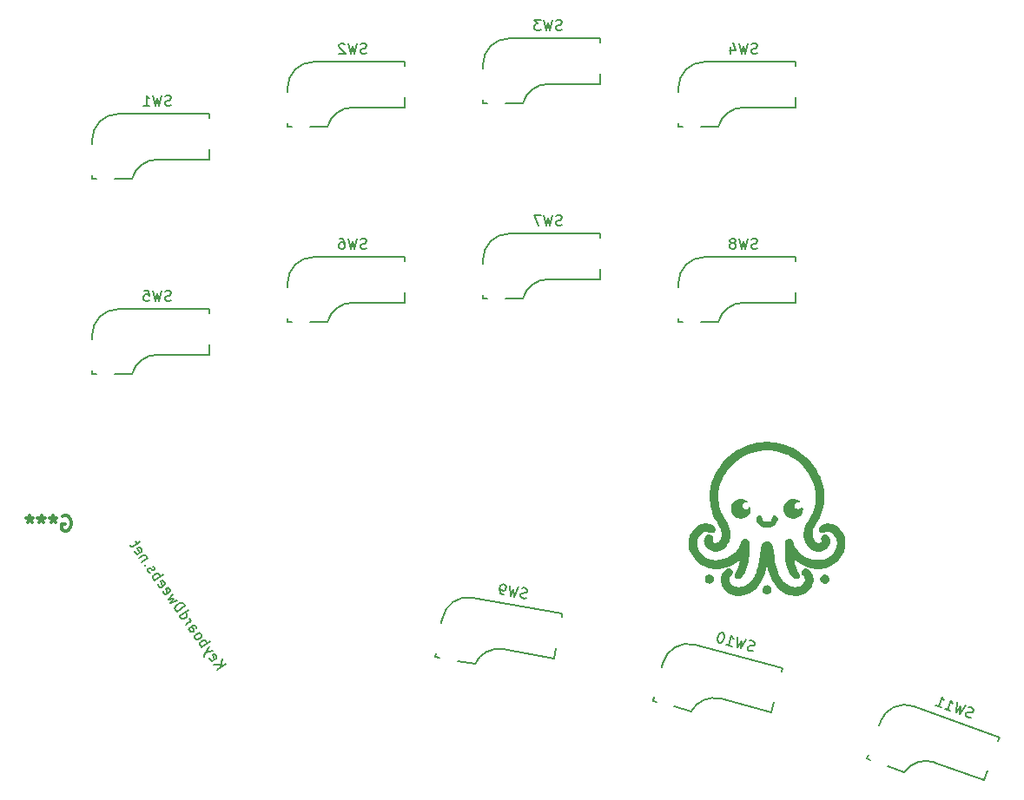
<source format=gbr>
%TF.GenerationSoftware,KiCad,Pcbnew,7.0.1*%
%TF.CreationDate,2024-01-25T16:33:05-05:00*%
%TF.ProjectId,OctoPlus Trio,4f63746f-506c-4757-9320-5472696f2e6b,rev?*%
%TF.SameCoordinates,Original*%
%TF.FileFunction,Legend,Bot*%
%TF.FilePolarity,Positive*%
%FSLAX46Y46*%
G04 Gerber Fmt 4.6, Leading zero omitted, Abs format (unit mm)*
G04 Created by KiCad (PCBNEW 7.0.1) date 2024-01-25 16:33:05*
%MOMM*%
%LPD*%
G01*
G04 APERTURE LIST*
%ADD10C,0.150000*%
%ADD11C,0.300000*%
G04 APERTURE END LIST*
D10*
X115573682Y-134594768D02*
X116392834Y-134021192D01*
X115245924Y-134126682D02*
X115959830Y-134149989D01*
X116065076Y-133553105D02*
X115924747Y-134348950D01*
X114820608Y-133436245D02*
X114836227Y-133541573D01*
X114836227Y-133541573D02*
X114945480Y-133697602D01*
X114945480Y-133697602D02*
X115039113Y-133748303D01*
X115039113Y-133748303D02*
X115144441Y-133732684D01*
X115144441Y-133732684D02*
X115456499Y-133514179D01*
X115456499Y-133514179D02*
X115507200Y-133420545D01*
X115507200Y-133420545D02*
X115491581Y-133315218D01*
X115491581Y-133315218D02*
X115382328Y-133159189D01*
X115382328Y-133159189D02*
X115288695Y-133108487D01*
X115288695Y-133108487D02*
X115183367Y-133124106D01*
X115183367Y-133124106D02*
X115105353Y-133178733D01*
X115105353Y-133178733D02*
X115300470Y-133623432D01*
X115109197Y-132769116D02*
X114426529Y-132956464D01*
X114836065Y-132379044D02*
X114426529Y-132956464D01*
X114426529Y-132956464D02*
X114286119Y-133171045D01*
X114286119Y-133171045D02*
X114274425Y-133237365D01*
X114274425Y-133237365D02*
X114290044Y-133342693D01*
X114071458Y-132449370D02*
X114890610Y-131875794D01*
X114578552Y-132094299D02*
X114562933Y-131988971D01*
X114562933Y-131988971D02*
X114453680Y-131832942D01*
X114453680Y-131832942D02*
X114360047Y-131782241D01*
X114360047Y-131782241D02*
X114293726Y-131770547D01*
X114293726Y-131770547D02*
X114188399Y-131786166D01*
X114188399Y-131786166D02*
X113954355Y-131950045D01*
X113954355Y-131950045D02*
X113903654Y-132043678D01*
X113903654Y-132043678D02*
X113891960Y-132109999D01*
X113891960Y-132109999D02*
X113907579Y-132215327D01*
X113907579Y-132215327D02*
X114016832Y-132371355D01*
X114016832Y-132371355D02*
X114110465Y-132422057D01*
X113470568Y-131591211D02*
X113564202Y-131641912D01*
X113564202Y-131641912D02*
X113630522Y-131653606D01*
X113630522Y-131653606D02*
X113735850Y-131637987D01*
X113735850Y-131637987D02*
X113969893Y-131474108D01*
X113969893Y-131474108D02*
X114020595Y-131380474D01*
X114020595Y-131380474D02*
X114032289Y-131314154D01*
X114032289Y-131314154D02*
X114016670Y-131208826D01*
X114016670Y-131208826D02*
X113934730Y-131091805D01*
X113934730Y-131091805D02*
X113841097Y-131041103D01*
X113841097Y-131041103D02*
X113774776Y-131029409D01*
X113774776Y-131029409D02*
X113669449Y-131045028D01*
X113669449Y-131045028D02*
X113435405Y-131208907D01*
X113435405Y-131208907D02*
X113384704Y-131302541D01*
X113384704Y-131302541D02*
X113373010Y-131368861D01*
X113373010Y-131368861D02*
X113388629Y-131474189D01*
X113388629Y-131474189D02*
X113470568Y-131591211D01*
X112787739Y-130616029D02*
X113216819Y-130315585D01*
X113216819Y-130315585D02*
X113322147Y-130299966D01*
X113322147Y-130299966D02*
X113415780Y-130350667D01*
X113415780Y-130350667D02*
X113525033Y-130506696D01*
X113525033Y-130506696D02*
X113540652Y-130612024D01*
X112826747Y-130588716D02*
X112842366Y-130694044D01*
X112842366Y-130694044D02*
X112978931Y-130889080D01*
X112978931Y-130889080D02*
X113072565Y-130939781D01*
X113072565Y-130939781D02*
X113177893Y-130924162D01*
X113177893Y-130924162D02*
X113255907Y-130869536D01*
X113255907Y-130869536D02*
X113306608Y-130775903D01*
X113306608Y-130775903D02*
X113290989Y-130670575D01*
X113290989Y-130670575D02*
X113154424Y-130475539D01*
X113154424Y-130475539D02*
X113138804Y-130370211D01*
X112514608Y-130225957D02*
X113060709Y-129843573D01*
X112904680Y-129952825D02*
X112955381Y-129859192D01*
X112955381Y-129859192D02*
X112967075Y-129792871D01*
X112967075Y-129792871D02*
X112951456Y-129687544D01*
X112951456Y-129687544D02*
X112896830Y-129609529D01*
X111913718Y-129367797D02*
X112732870Y-128794221D01*
X111952725Y-129340484D02*
X111968344Y-129445812D01*
X111968344Y-129445812D02*
X112077597Y-129601841D01*
X112077597Y-129601841D02*
X112171230Y-129652542D01*
X112171230Y-129652542D02*
X112237551Y-129664236D01*
X112237551Y-129664236D02*
X112342878Y-129648617D01*
X112342878Y-129648617D02*
X112576922Y-129484738D01*
X112576922Y-129484738D02*
X112627623Y-129391105D01*
X112627623Y-129391105D02*
X112639317Y-129324784D01*
X112639317Y-129324784D02*
X112623698Y-129219457D01*
X112623698Y-129219457D02*
X112514445Y-129063428D01*
X112514445Y-129063428D02*
X112420812Y-129012726D01*
X111640586Y-128977725D02*
X112459738Y-128404149D01*
X112459738Y-128404149D02*
X112323172Y-128209112D01*
X112323172Y-128209112D02*
X112202226Y-128119404D01*
X112202226Y-128119404D02*
X112069585Y-128096016D01*
X112069585Y-128096016D02*
X111964257Y-128111635D01*
X111964257Y-128111635D02*
X111780915Y-128181880D01*
X111780915Y-128181880D02*
X111663893Y-128263820D01*
X111663893Y-128263820D02*
X111535177Y-128412079D01*
X111535177Y-128412079D02*
X111484476Y-128505713D01*
X111484476Y-128505713D02*
X111461088Y-128638354D01*
X111461088Y-128638354D02*
X111504020Y-128782689D01*
X111504020Y-128782689D02*
X111640586Y-128977725D01*
X111667737Y-127854203D02*
X111012383Y-128080558D01*
X111012383Y-128080558D02*
X111293203Y-127651398D01*
X111293203Y-127651398D02*
X110793878Y-127768500D01*
X110793878Y-127768500D02*
X111230727Y-127230087D01*
X110286622Y-126961043D02*
X110302241Y-127066370D01*
X110302241Y-127066370D02*
X110411494Y-127222399D01*
X110411494Y-127222399D02*
X110505127Y-127273100D01*
X110505127Y-127273100D02*
X110610455Y-127257481D01*
X110610455Y-127257481D02*
X110922513Y-127038976D01*
X110922513Y-127038976D02*
X110973214Y-126945343D01*
X110973214Y-126945343D02*
X110957595Y-126840015D01*
X110957595Y-126840015D02*
X110848342Y-126683986D01*
X110848342Y-126683986D02*
X110754709Y-126633285D01*
X110754709Y-126633285D02*
X110649381Y-126648904D01*
X110649381Y-126648904D02*
X110571367Y-126703530D01*
X110571367Y-126703530D02*
X110766484Y-127148229D01*
X109794985Y-126258912D02*
X109810604Y-126364240D01*
X109810604Y-126364240D02*
X109919857Y-126520269D01*
X109919857Y-126520269D02*
X110013490Y-126570970D01*
X110013490Y-126570970D02*
X110118818Y-126555351D01*
X110118818Y-126555351D02*
X110430876Y-126336846D01*
X110430876Y-126336846D02*
X110481577Y-126243212D01*
X110481577Y-126243212D02*
X110465958Y-126137884D01*
X110465958Y-126137884D02*
X110356705Y-125981855D01*
X110356705Y-125981855D02*
X110263072Y-125931154D01*
X110263072Y-125931154D02*
X110157744Y-125946773D01*
X110157744Y-125946773D02*
X110079730Y-126001400D01*
X110079730Y-126001400D02*
X110274847Y-126446098D01*
X109482846Y-125896153D02*
X110301998Y-125322576D01*
X109989940Y-125541082D02*
X109974321Y-125435754D01*
X109974321Y-125435754D02*
X109865068Y-125279725D01*
X109865068Y-125279725D02*
X109771435Y-125229024D01*
X109771435Y-125229024D02*
X109705114Y-125217330D01*
X109705114Y-125217330D02*
X109599787Y-125232949D01*
X109599787Y-125232949D02*
X109365743Y-125396828D01*
X109365743Y-125396828D02*
X109315042Y-125490461D01*
X109315042Y-125490461D02*
X109303348Y-125556782D01*
X109303348Y-125556782D02*
X109318967Y-125662109D01*
X109318967Y-125662109D02*
X109428220Y-125818138D01*
X109428220Y-125818138D02*
X109521853Y-125868840D01*
X109030216Y-125166709D02*
X108936583Y-125116008D01*
X108936583Y-125116008D02*
X108827330Y-124959979D01*
X108827330Y-124959979D02*
X108811711Y-124854651D01*
X108811711Y-124854651D02*
X108862412Y-124761018D01*
X108862412Y-124761018D02*
X108901419Y-124733705D01*
X108901419Y-124733705D02*
X109006747Y-124718085D01*
X109006747Y-124718085D02*
X109100381Y-124768787D01*
X109100381Y-124768787D02*
X109182320Y-124885809D01*
X109182320Y-124885809D02*
X109275954Y-124936510D01*
X109275954Y-124936510D02*
X109381281Y-124920891D01*
X109381281Y-124920891D02*
X109420289Y-124893578D01*
X109420289Y-124893578D02*
X109470990Y-124799944D01*
X109470990Y-124799944D02*
X109455371Y-124694616D01*
X109455371Y-124694616D02*
X109373431Y-124577595D01*
X109373431Y-124577595D02*
X109279798Y-124526893D01*
X108577586Y-124437266D02*
X108511266Y-124425571D01*
X108511266Y-124425571D02*
X108499572Y-124491892D01*
X108499572Y-124491892D02*
X108565892Y-124503586D01*
X108565892Y-124503586D02*
X108577586Y-124437266D01*
X108577586Y-124437266D02*
X108499572Y-124491892D01*
X108772542Y-123719436D02*
X108226441Y-124101820D01*
X108694527Y-123774062D02*
X108706222Y-123707742D01*
X108706222Y-123707742D02*
X108690602Y-123602414D01*
X108690602Y-123602414D02*
X108608663Y-123485392D01*
X108608663Y-123485392D02*
X108515029Y-123434691D01*
X108515029Y-123434691D02*
X108409702Y-123450310D01*
X108409702Y-123450310D02*
X107980622Y-123750755D01*
X107527992Y-123021311D02*
X107543611Y-123126639D01*
X107543611Y-123126639D02*
X107652864Y-123282668D01*
X107652864Y-123282668D02*
X107746498Y-123333369D01*
X107746498Y-123333369D02*
X107851825Y-123317750D01*
X107851825Y-123317750D02*
X108163883Y-123099245D01*
X108163883Y-123099245D02*
X108214585Y-123005611D01*
X108214585Y-123005611D02*
X108198965Y-122900283D01*
X108198965Y-122900283D02*
X108089713Y-122744255D01*
X108089713Y-122744255D02*
X107996079Y-122693553D01*
X107996079Y-122693553D02*
X107890752Y-122709172D01*
X107890752Y-122709172D02*
X107812737Y-122763799D01*
X107812737Y-122763799D02*
X108007854Y-123208497D01*
X107843894Y-122393189D02*
X107625389Y-122081131D01*
X108035005Y-122084975D02*
X107332875Y-122576612D01*
X107332875Y-122576612D02*
X107227547Y-122592231D01*
X107227547Y-122592231D02*
X107133914Y-122541530D01*
X107133914Y-122541530D02*
X107079288Y-122463516D01*
D11*
%TO.C,G\u002A\u002A\u002A*%
X100501427Y-119645357D02*
X100644285Y-119573928D01*
X100644285Y-119573928D02*
X100858570Y-119573928D01*
X100858570Y-119573928D02*
X101072856Y-119645357D01*
X101072856Y-119645357D02*
X101215713Y-119788214D01*
X101215713Y-119788214D02*
X101287142Y-119931071D01*
X101287142Y-119931071D02*
X101358570Y-120216785D01*
X101358570Y-120216785D02*
X101358570Y-120431071D01*
X101358570Y-120431071D02*
X101287142Y-120716785D01*
X101287142Y-120716785D02*
X101215713Y-120859642D01*
X101215713Y-120859642D02*
X101072856Y-121002500D01*
X101072856Y-121002500D02*
X100858570Y-121073928D01*
X100858570Y-121073928D02*
X100715713Y-121073928D01*
X100715713Y-121073928D02*
X100501427Y-121002500D01*
X100501427Y-121002500D02*
X100429999Y-120931071D01*
X100429999Y-120931071D02*
X100429999Y-120431071D01*
X100429999Y-120431071D02*
X100715713Y-120431071D01*
X99572856Y-119573928D02*
X99572856Y-119931071D01*
X99929999Y-119788214D02*
X99572856Y-119931071D01*
X99572856Y-119931071D02*
X99215713Y-119788214D01*
X99787142Y-120216785D02*
X99572856Y-119931071D01*
X99572856Y-119931071D02*
X99358570Y-120216785D01*
X98429999Y-119573928D02*
X98429999Y-119931071D01*
X98787142Y-119788214D02*
X98429999Y-119931071D01*
X98429999Y-119931071D02*
X98072856Y-119788214D01*
X98644285Y-120216785D02*
X98429999Y-119931071D01*
X98429999Y-119931071D02*
X98215713Y-120216785D01*
X97287142Y-119573928D02*
X97287142Y-119931071D01*
X97644285Y-119788214D02*
X97287142Y-119931071D01*
X97287142Y-119931071D02*
X96929999Y-119788214D01*
X97501428Y-120216785D02*
X97287142Y-119931071D01*
X97287142Y-119931071D02*
X97072856Y-120216785D01*
D10*
%TO.C,SW2*%
X130111332Y-74456000D02*
X129968475Y-74503619D01*
X129968475Y-74503619D02*
X129730380Y-74503619D01*
X129730380Y-74503619D02*
X129635142Y-74456000D01*
X129635142Y-74456000D02*
X129587523Y-74408380D01*
X129587523Y-74408380D02*
X129539904Y-74313142D01*
X129539904Y-74313142D02*
X129539904Y-74217904D01*
X129539904Y-74217904D02*
X129587523Y-74122666D01*
X129587523Y-74122666D02*
X129635142Y-74075047D01*
X129635142Y-74075047D02*
X129730380Y-74027428D01*
X129730380Y-74027428D02*
X129920856Y-73979809D01*
X129920856Y-73979809D02*
X130016094Y-73932190D01*
X130016094Y-73932190D02*
X130063713Y-73884571D01*
X130063713Y-73884571D02*
X130111332Y-73789333D01*
X130111332Y-73789333D02*
X130111332Y-73694095D01*
X130111332Y-73694095D02*
X130063713Y-73598857D01*
X130063713Y-73598857D02*
X130016094Y-73551238D01*
X130016094Y-73551238D02*
X129920856Y-73503619D01*
X129920856Y-73503619D02*
X129682761Y-73503619D01*
X129682761Y-73503619D02*
X129539904Y-73551238D01*
X129206570Y-73503619D02*
X128968475Y-74503619D01*
X128968475Y-74503619D02*
X128777999Y-73789333D01*
X128777999Y-73789333D02*
X128587523Y-74503619D01*
X128587523Y-74503619D02*
X128349428Y-73503619D01*
X128016094Y-73598857D02*
X127968475Y-73551238D01*
X127968475Y-73551238D02*
X127873237Y-73503619D01*
X127873237Y-73503619D02*
X127635142Y-73503619D01*
X127635142Y-73503619D02*
X127539904Y-73551238D01*
X127539904Y-73551238D02*
X127492285Y-73598857D01*
X127492285Y-73598857D02*
X127444666Y-73694095D01*
X127444666Y-73694095D02*
X127444666Y-73789333D01*
X127444666Y-73789333D02*
X127492285Y-73932190D01*
X127492285Y-73932190D02*
X128063713Y-74503619D01*
X128063713Y-74503619D02*
X127444666Y-74503619D01*
%TO.C,SW7*%
X149161332Y-91220000D02*
X149018475Y-91267619D01*
X149018475Y-91267619D02*
X148780380Y-91267619D01*
X148780380Y-91267619D02*
X148685142Y-91220000D01*
X148685142Y-91220000D02*
X148637523Y-91172380D01*
X148637523Y-91172380D02*
X148589904Y-91077142D01*
X148589904Y-91077142D02*
X148589904Y-90981904D01*
X148589904Y-90981904D02*
X148637523Y-90886666D01*
X148637523Y-90886666D02*
X148685142Y-90839047D01*
X148685142Y-90839047D02*
X148780380Y-90791428D01*
X148780380Y-90791428D02*
X148970856Y-90743809D01*
X148970856Y-90743809D02*
X149066094Y-90696190D01*
X149066094Y-90696190D02*
X149113713Y-90648571D01*
X149113713Y-90648571D02*
X149161332Y-90553333D01*
X149161332Y-90553333D02*
X149161332Y-90458095D01*
X149161332Y-90458095D02*
X149113713Y-90362857D01*
X149113713Y-90362857D02*
X149066094Y-90315238D01*
X149066094Y-90315238D02*
X148970856Y-90267619D01*
X148970856Y-90267619D02*
X148732761Y-90267619D01*
X148732761Y-90267619D02*
X148589904Y-90315238D01*
X148256570Y-90267619D02*
X148018475Y-91267619D01*
X148018475Y-91267619D02*
X147827999Y-90553333D01*
X147827999Y-90553333D02*
X147637523Y-91267619D01*
X147637523Y-91267619D02*
X147399428Y-90267619D01*
X147113713Y-90267619D02*
X146447047Y-90267619D01*
X146447047Y-90267619D02*
X146875618Y-91267619D01*
%TO.C,SW11*%
X189039833Y-139301703D02*
X188889305Y-139297590D01*
X188889305Y-139297590D02*
X188665568Y-139216156D01*
X188665568Y-139216156D02*
X188592361Y-139138836D01*
X188592361Y-139138836D02*
X188563900Y-139077802D01*
X188563900Y-139077802D02*
X188551726Y-138972021D01*
X188551726Y-138972021D02*
X188584299Y-138882526D01*
X188584299Y-138882526D02*
X188661620Y-138809318D01*
X188661620Y-138809318D02*
X188722654Y-138780858D01*
X188722654Y-138780858D02*
X188828435Y-138768684D01*
X188828435Y-138768684D02*
X189023711Y-138789083D01*
X189023711Y-138789083D02*
X189129492Y-138776909D01*
X189129492Y-138776909D02*
X189190526Y-138748449D01*
X189190526Y-138748449D02*
X189267847Y-138675241D01*
X189267847Y-138675241D02*
X189300420Y-138585746D01*
X189300420Y-138585746D02*
X189288246Y-138479965D01*
X189288246Y-138479965D02*
X189259786Y-138418931D01*
X189259786Y-138418931D02*
X189186578Y-138341610D01*
X189186578Y-138341610D02*
X188962841Y-138260177D01*
X188962841Y-138260177D02*
X188812313Y-138256064D01*
X188515369Y-138097310D02*
X187949612Y-138955570D01*
X187949612Y-138955570D02*
X188014923Y-138219214D01*
X188014923Y-138219214D02*
X187591634Y-138825276D01*
X187591634Y-138825276D02*
X187709918Y-137804150D01*
X186517700Y-138434396D02*
X187054667Y-138629836D01*
X186786183Y-138532116D02*
X187128203Y-137592424D01*
X187128203Y-137592424D02*
X187168838Y-137759239D01*
X187168838Y-137759239D02*
X187225759Y-137881307D01*
X187225759Y-137881307D02*
X187298967Y-137958627D01*
X185622754Y-138108663D02*
X186159722Y-138304103D01*
X185891238Y-138206383D02*
X186233258Y-137266690D01*
X186233258Y-137266690D02*
X186273893Y-137433505D01*
X186273893Y-137433505D02*
X186330814Y-137555573D01*
X186330814Y-137555573D02*
X186404022Y-137632894D01*
%TO.C,SW4*%
X168211332Y-74456000D02*
X168068475Y-74503619D01*
X168068475Y-74503619D02*
X167830380Y-74503619D01*
X167830380Y-74503619D02*
X167735142Y-74456000D01*
X167735142Y-74456000D02*
X167687523Y-74408380D01*
X167687523Y-74408380D02*
X167639904Y-74313142D01*
X167639904Y-74313142D02*
X167639904Y-74217904D01*
X167639904Y-74217904D02*
X167687523Y-74122666D01*
X167687523Y-74122666D02*
X167735142Y-74075047D01*
X167735142Y-74075047D02*
X167830380Y-74027428D01*
X167830380Y-74027428D02*
X168020856Y-73979809D01*
X168020856Y-73979809D02*
X168116094Y-73932190D01*
X168116094Y-73932190D02*
X168163713Y-73884571D01*
X168163713Y-73884571D02*
X168211332Y-73789333D01*
X168211332Y-73789333D02*
X168211332Y-73694095D01*
X168211332Y-73694095D02*
X168163713Y-73598857D01*
X168163713Y-73598857D02*
X168116094Y-73551238D01*
X168116094Y-73551238D02*
X168020856Y-73503619D01*
X168020856Y-73503619D02*
X167782761Y-73503619D01*
X167782761Y-73503619D02*
X167639904Y-73551238D01*
X167306570Y-73503619D02*
X167068475Y-74503619D01*
X167068475Y-74503619D02*
X166877999Y-73789333D01*
X166877999Y-73789333D02*
X166687523Y-74503619D01*
X166687523Y-74503619D02*
X166449428Y-73503619D01*
X165639904Y-73836952D02*
X165639904Y-74503619D01*
X165877999Y-73456000D02*
X166116094Y-74170285D01*
X166116094Y-74170285D02*
X165497047Y-74170285D01*
%TO.C,SW9*%
X145676478Y-127638638D02*
X145527522Y-127660726D01*
X145527522Y-127660726D02*
X145293044Y-127619381D01*
X145293044Y-127619381D02*
X145207522Y-127555948D01*
X145207522Y-127555948D02*
X145168895Y-127500783D01*
X145168895Y-127500783D02*
X145138538Y-127398723D01*
X145138538Y-127398723D02*
X145155076Y-127304932D01*
X145155076Y-127304932D02*
X145218509Y-127219410D01*
X145218509Y-127219410D02*
X145273674Y-127180783D01*
X145273674Y-127180783D02*
X145375734Y-127150425D01*
X145375734Y-127150425D02*
X145571585Y-127136606D01*
X145571585Y-127136606D02*
X145673645Y-127106248D01*
X145673645Y-127106248D02*
X145728810Y-127067621D01*
X145728810Y-127067621D02*
X145792243Y-126982099D01*
X145792243Y-126982099D02*
X145808781Y-126888308D01*
X145808781Y-126888308D02*
X145778424Y-126786248D01*
X145778424Y-126786248D02*
X145739797Y-126731083D01*
X145739797Y-126731083D02*
X145654275Y-126667650D01*
X145654275Y-126667650D02*
X145419797Y-126626305D01*
X145419797Y-126626305D02*
X145270841Y-126648393D01*
X144950841Y-126543615D02*
X144542714Y-127487078D01*
X144542714Y-127487078D02*
X144479166Y-126750568D01*
X144479166Y-126750568D02*
X144167550Y-127420926D01*
X144167550Y-127420926D02*
X144106720Y-126394774D01*
X143511011Y-127305161D02*
X143323429Y-127272085D01*
X143323429Y-127272085D02*
X143237907Y-127208652D01*
X143237907Y-127208652D02*
X143199280Y-127153487D01*
X143199280Y-127153487D02*
X143130296Y-126996262D01*
X143130296Y-126996262D02*
X143116476Y-126800411D01*
X143116476Y-126800411D02*
X143182627Y-126425246D01*
X143182627Y-126425246D02*
X143246061Y-126339724D01*
X143246061Y-126339724D02*
X143301226Y-126301097D01*
X143301226Y-126301097D02*
X143403286Y-126270739D01*
X143403286Y-126270739D02*
X143590868Y-126303815D01*
X143590868Y-126303815D02*
X143676390Y-126367249D01*
X143676390Y-126367249D02*
X143715017Y-126422413D01*
X143715017Y-126422413D02*
X143745375Y-126524474D01*
X143745375Y-126524474D02*
X143704030Y-126758952D01*
X143704030Y-126758952D02*
X143640596Y-126844474D01*
X143640596Y-126844474D02*
X143585432Y-126883100D01*
X143585432Y-126883100D02*
X143483372Y-126913458D01*
X143483372Y-126913458D02*
X143295789Y-126880382D01*
X143295789Y-126880382D02*
X143210267Y-126816949D01*
X143210267Y-126816949D02*
X143171640Y-126761784D01*
X143171640Y-126761784D02*
X143141283Y-126659724D01*
%TO.C,SW10*%
X167780106Y-132804680D02*
X167629792Y-132813702D01*
X167629792Y-132813702D02*
X167399810Y-132752079D01*
X167399810Y-132752079D02*
X167320142Y-132681433D01*
X167320142Y-132681433D02*
X167286470Y-132623112D01*
X167286470Y-132623112D02*
X167265123Y-132518794D01*
X167265123Y-132518794D02*
X167289772Y-132426801D01*
X167289772Y-132426801D02*
X167360418Y-132347133D01*
X167360418Y-132347133D02*
X167418739Y-132313461D01*
X167418739Y-132313461D02*
X167523057Y-132292114D01*
X167523057Y-132292114D02*
X167719368Y-132295416D01*
X167719368Y-132295416D02*
X167823685Y-132274069D01*
X167823685Y-132274069D02*
X167882007Y-132240398D01*
X167882007Y-132240398D02*
X167952652Y-132160729D01*
X167952652Y-132160729D02*
X167977302Y-132068736D01*
X167977302Y-132068736D02*
X167955955Y-131964419D01*
X167955955Y-131964419D02*
X167922283Y-131906098D01*
X167922283Y-131906098D02*
X167842615Y-131835452D01*
X167842615Y-131835452D02*
X167612632Y-131773828D01*
X167612632Y-131773828D02*
X167462318Y-131782850D01*
X167152668Y-131650581D02*
X166663866Y-132554883D01*
X166663866Y-132554883D02*
X166664751Y-131815637D01*
X166664751Y-131815637D02*
X166295895Y-132456285D01*
X166295895Y-132456285D02*
X166324731Y-131428736D01*
X165191980Y-132160492D02*
X165743937Y-132308389D01*
X165467958Y-132234441D02*
X165726777Y-131268515D01*
X165726777Y-131268515D02*
X165781796Y-131431154D01*
X165781796Y-131431154D02*
X165849140Y-131547796D01*
X165849140Y-131547796D02*
X165928808Y-131618442D01*
X164852844Y-131034345D02*
X164760852Y-131009696D01*
X164760852Y-131009696D02*
X164656534Y-131031043D01*
X164656534Y-131031043D02*
X164598213Y-131064715D01*
X164598213Y-131064715D02*
X164527567Y-131144383D01*
X164527567Y-131144383D02*
X164432271Y-131316044D01*
X164432271Y-131316044D02*
X164370648Y-131546026D01*
X164370648Y-131546026D02*
X164367345Y-131742337D01*
X164367345Y-131742337D02*
X164388693Y-131846654D01*
X164388693Y-131846654D02*
X164422364Y-131904976D01*
X164422364Y-131904976D02*
X164502032Y-131975622D01*
X164502032Y-131975622D02*
X164594025Y-132000271D01*
X164594025Y-132000271D02*
X164698343Y-131978924D01*
X164698343Y-131978924D02*
X164756664Y-131945252D01*
X164756664Y-131945252D02*
X164827310Y-131865584D01*
X164827310Y-131865584D02*
X164922605Y-131693923D01*
X164922605Y-131693923D02*
X164984229Y-131463940D01*
X164984229Y-131463940D02*
X164987531Y-131267630D01*
X164987531Y-131267630D02*
X164966184Y-131163312D01*
X164966184Y-131163312D02*
X164932513Y-131104991D01*
X164932513Y-131104991D02*
X164852844Y-131034345D01*
%TO.C,SW5*%
X111061332Y-98586000D02*
X110918475Y-98633619D01*
X110918475Y-98633619D02*
X110680380Y-98633619D01*
X110680380Y-98633619D02*
X110585142Y-98586000D01*
X110585142Y-98586000D02*
X110537523Y-98538380D01*
X110537523Y-98538380D02*
X110489904Y-98443142D01*
X110489904Y-98443142D02*
X110489904Y-98347904D01*
X110489904Y-98347904D02*
X110537523Y-98252666D01*
X110537523Y-98252666D02*
X110585142Y-98205047D01*
X110585142Y-98205047D02*
X110680380Y-98157428D01*
X110680380Y-98157428D02*
X110870856Y-98109809D01*
X110870856Y-98109809D02*
X110966094Y-98062190D01*
X110966094Y-98062190D02*
X111013713Y-98014571D01*
X111013713Y-98014571D02*
X111061332Y-97919333D01*
X111061332Y-97919333D02*
X111061332Y-97824095D01*
X111061332Y-97824095D02*
X111013713Y-97728857D01*
X111013713Y-97728857D02*
X110966094Y-97681238D01*
X110966094Y-97681238D02*
X110870856Y-97633619D01*
X110870856Y-97633619D02*
X110632761Y-97633619D01*
X110632761Y-97633619D02*
X110489904Y-97681238D01*
X110156570Y-97633619D02*
X109918475Y-98633619D01*
X109918475Y-98633619D02*
X109727999Y-97919333D01*
X109727999Y-97919333D02*
X109537523Y-98633619D01*
X109537523Y-98633619D02*
X109299428Y-97633619D01*
X108442285Y-97633619D02*
X108918475Y-97633619D01*
X108918475Y-97633619D02*
X108966094Y-98109809D01*
X108966094Y-98109809D02*
X108918475Y-98062190D01*
X108918475Y-98062190D02*
X108823237Y-98014571D01*
X108823237Y-98014571D02*
X108585142Y-98014571D01*
X108585142Y-98014571D02*
X108489904Y-98062190D01*
X108489904Y-98062190D02*
X108442285Y-98109809D01*
X108442285Y-98109809D02*
X108394666Y-98205047D01*
X108394666Y-98205047D02*
X108394666Y-98443142D01*
X108394666Y-98443142D02*
X108442285Y-98538380D01*
X108442285Y-98538380D02*
X108489904Y-98586000D01*
X108489904Y-98586000D02*
X108585142Y-98633619D01*
X108585142Y-98633619D02*
X108823237Y-98633619D01*
X108823237Y-98633619D02*
X108918475Y-98586000D01*
X108918475Y-98586000D02*
X108966094Y-98538380D01*
%TO.C,SW8*%
X168211332Y-93506000D02*
X168068475Y-93553619D01*
X168068475Y-93553619D02*
X167830380Y-93553619D01*
X167830380Y-93553619D02*
X167735142Y-93506000D01*
X167735142Y-93506000D02*
X167687523Y-93458380D01*
X167687523Y-93458380D02*
X167639904Y-93363142D01*
X167639904Y-93363142D02*
X167639904Y-93267904D01*
X167639904Y-93267904D02*
X167687523Y-93172666D01*
X167687523Y-93172666D02*
X167735142Y-93125047D01*
X167735142Y-93125047D02*
X167830380Y-93077428D01*
X167830380Y-93077428D02*
X168020856Y-93029809D01*
X168020856Y-93029809D02*
X168116094Y-92982190D01*
X168116094Y-92982190D02*
X168163713Y-92934571D01*
X168163713Y-92934571D02*
X168211332Y-92839333D01*
X168211332Y-92839333D02*
X168211332Y-92744095D01*
X168211332Y-92744095D02*
X168163713Y-92648857D01*
X168163713Y-92648857D02*
X168116094Y-92601238D01*
X168116094Y-92601238D02*
X168020856Y-92553619D01*
X168020856Y-92553619D02*
X167782761Y-92553619D01*
X167782761Y-92553619D02*
X167639904Y-92601238D01*
X167306570Y-92553619D02*
X167068475Y-93553619D01*
X167068475Y-93553619D02*
X166877999Y-92839333D01*
X166877999Y-92839333D02*
X166687523Y-93553619D01*
X166687523Y-93553619D02*
X166449428Y-92553619D01*
X165925618Y-92982190D02*
X166020856Y-92934571D01*
X166020856Y-92934571D02*
X166068475Y-92886952D01*
X166068475Y-92886952D02*
X166116094Y-92791714D01*
X166116094Y-92791714D02*
X166116094Y-92744095D01*
X166116094Y-92744095D02*
X166068475Y-92648857D01*
X166068475Y-92648857D02*
X166020856Y-92601238D01*
X166020856Y-92601238D02*
X165925618Y-92553619D01*
X165925618Y-92553619D02*
X165735142Y-92553619D01*
X165735142Y-92553619D02*
X165639904Y-92601238D01*
X165639904Y-92601238D02*
X165592285Y-92648857D01*
X165592285Y-92648857D02*
X165544666Y-92744095D01*
X165544666Y-92744095D02*
X165544666Y-92791714D01*
X165544666Y-92791714D02*
X165592285Y-92886952D01*
X165592285Y-92886952D02*
X165639904Y-92934571D01*
X165639904Y-92934571D02*
X165735142Y-92982190D01*
X165735142Y-92982190D02*
X165925618Y-92982190D01*
X165925618Y-92982190D02*
X166020856Y-93029809D01*
X166020856Y-93029809D02*
X166068475Y-93077428D01*
X166068475Y-93077428D02*
X166116094Y-93172666D01*
X166116094Y-93172666D02*
X166116094Y-93363142D01*
X166116094Y-93363142D02*
X166068475Y-93458380D01*
X166068475Y-93458380D02*
X166020856Y-93506000D01*
X166020856Y-93506000D02*
X165925618Y-93553619D01*
X165925618Y-93553619D02*
X165735142Y-93553619D01*
X165735142Y-93553619D02*
X165639904Y-93506000D01*
X165639904Y-93506000D02*
X165592285Y-93458380D01*
X165592285Y-93458380D02*
X165544666Y-93363142D01*
X165544666Y-93363142D02*
X165544666Y-93172666D01*
X165544666Y-93172666D02*
X165592285Y-93077428D01*
X165592285Y-93077428D02*
X165639904Y-93029809D01*
X165639904Y-93029809D02*
X165735142Y-92982190D01*
%TO.C,SW6*%
X130111332Y-93506000D02*
X129968475Y-93553619D01*
X129968475Y-93553619D02*
X129730380Y-93553619D01*
X129730380Y-93553619D02*
X129635142Y-93506000D01*
X129635142Y-93506000D02*
X129587523Y-93458380D01*
X129587523Y-93458380D02*
X129539904Y-93363142D01*
X129539904Y-93363142D02*
X129539904Y-93267904D01*
X129539904Y-93267904D02*
X129587523Y-93172666D01*
X129587523Y-93172666D02*
X129635142Y-93125047D01*
X129635142Y-93125047D02*
X129730380Y-93077428D01*
X129730380Y-93077428D02*
X129920856Y-93029809D01*
X129920856Y-93029809D02*
X130016094Y-92982190D01*
X130016094Y-92982190D02*
X130063713Y-92934571D01*
X130063713Y-92934571D02*
X130111332Y-92839333D01*
X130111332Y-92839333D02*
X130111332Y-92744095D01*
X130111332Y-92744095D02*
X130063713Y-92648857D01*
X130063713Y-92648857D02*
X130016094Y-92601238D01*
X130016094Y-92601238D02*
X129920856Y-92553619D01*
X129920856Y-92553619D02*
X129682761Y-92553619D01*
X129682761Y-92553619D02*
X129539904Y-92601238D01*
X129206570Y-92553619D02*
X128968475Y-93553619D01*
X128968475Y-93553619D02*
X128777999Y-92839333D01*
X128777999Y-92839333D02*
X128587523Y-93553619D01*
X128587523Y-93553619D02*
X128349428Y-92553619D01*
X127539904Y-92553619D02*
X127730380Y-92553619D01*
X127730380Y-92553619D02*
X127825618Y-92601238D01*
X127825618Y-92601238D02*
X127873237Y-92648857D01*
X127873237Y-92648857D02*
X127968475Y-92791714D01*
X127968475Y-92791714D02*
X128016094Y-92982190D01*
X128016094Y-92982190D02*
X128016094Y-93363142D01*
X128016094Y-93363142D02*
X127968475Y-93458380D01*
X127968475Y-93458380D02*
X127920856Y-93506000D01*
X127920856Y-93506000D02*
X127825618Y-93553619D01*
X127825618Y-93553619D02*
X127635142Y-93553619D01*
X127635142Y-93553619D02*
X127539904Y-93506000D01*
X127539904Y-93506000D02*
X127492285Y-93458380D01*
X127492285Y-93458380D02*
X127444666Y-93363142D01*
X127444666Y-93363142D02*
X127444666Y-93125047D01*
X127444666Y-93125047D02*
X127492285Y-93029809D01*
X127492285Y-93029809D02*
X127539904Y-92982190D01*
X127539904Y-92982190D02*
X127635142Y-92934571D01*
X127635142Y-92934571D02*
X127825618Y-92934571D01*
X127825618Y-92934571D02*
X127920856Y-92982190D01*
X127920856Y-92982190D02*
X127968475Y-93029809D01*
X127968475Y-93029809D02*
X128016094Y-93125047D01*
%TO.C,SW1*%
X111061332Y-79536000D02*
X110918475Y-79583619D01*
X110918475Y-79583619D02*
X110680380Y-79583619D01*
X110680380Y-79583619D02*
X110585142Y-79536000D01*
X110585142Y-79536000D02*
X110537523Y-79488380D01*
X110537523Y-79488380D02*
X110489904Y-79393142D01*
X110489904Y-79393142D02*
X110489904Y-79297904D01*
X110489904Y-79297904D02*
X110537523Y-79202666D01*
X110537523Y-79202666D02*
X110585142Y-79155047D01*
X110585142Y-79155047D02*
X110680380Y-79107428D01*
X110680380Y-79107428D02*
X110870856Y-79059809D01*
X110870856Y-79059809D02*
X110966094Y-79012190D01*
X110966094Y-79012190D02*
X111013713Y-78964571D01*
X111013713Y-78964571D02*
X111061332Y-78869333D01*
X111061332Y-78869333D02*
X111061332Y-78774095D01*
X111061332Y-78774095D02*
X111013713Y-78678857D01*
X111013713Y-78678857D02*
X110966094Y-78631238D01*
X110966094Y-78631238D02*
X110870856Y-78583619D01*
X110870856Y-78583619D02*
X110632761Y-78583619D01*
X110632761Y-78583619D02*
X110489904Y-78631238D01*
X110156570Y-78583619D02*
X109918475Y-79583619D01*
X109918475Y-79583619D02*
X109727999Y-78869333D01*
X109727999Y-78869333D02*
X109537523Y-79583619D01*
X109537523Y-79583619D02*
X109299428Y-78583619D01*
X108394666Y-79583619D02*
X108966094Y-79583619D01*
X108680380Y-79583619D02*
X108680380Y-78583619D01*
X108680380Y-78583619D02*
X108775618Y-78726476D01*
X108775618Y-78726476D02*
X108870856Y-78821714D01*
X108870856Y-78821714D02*
X108966094Y-78869333D01*
%TO.C,SW3*%
X149161332Y-72170000D02*
X149018475Y-72217619D01*
X149018475Y-72217619D02*
X148780380Y-72217619D01*
X148780380Y-72217619D02*
X148685142Y-72170000D01*
X148685142Y-72170000D02*
X148637523Y-72122380D01*
X148637523Y-72122380D02*
X148589904Y-72027142D01*
X148589904Y-72027142D02*
X148589904Y-71931904D01*
X148589904Y-71931904D02*
X148637523Y-71836666D01*
X148637523Y-71836666D02*
X148685142Y-71789047D01*
X148685142Y-71789047D02*
X148780380Y-71741428D01*
X148780380Y-71741428D02*
X148970856Y-71693809D01*
X148970856Y-71693809D02*
X149066094Y-71646190D01*
X149066094Y-71646190D02*
X149113713Y-71598571D01*
X149113713Y-71598571D02*
X149161332Y-71503333D01*
X149161332Y-71503333D02*
X149161332Y-71408095D01*
X149161332Y-71408095D02*
X149113713Y-71312857D01*
X149113713Y-71312857D02*
X149066094Y-71265238D01*
X149066094Y-71265238D02*
X148970856Y-71217619D01*
X148970856Y-71217619D02*
X148732761Y-71217619D01*
X148732761Y-71217619D02*
X148589904Y-71265238D01*
X148256570Y-71217619D02*
X148018475Y-72217619D01*
X148018475Y-72217619D02*
X147827999Y-71503333D01*
X147827999Y-71503333D02*
X147637523Y-72217619D01*
X147637523Y-72217619D02*
X147399428Y-71217619D01*
X147113713Y-71217619D02*
X146494666Y-71217619D01*
X146494666Y-71217619D02*
X146827999Y-71598571D01*
X146827999Y-71598571D02*
X146685142Y-71598571D01*
X146685142Y-71598571D02*
X146589904Y-71646190D01*
X146589904Y-71646190D02*
X146542285Y-71693809D01*
X146542285Y-71693809D02*
X146494666Y-71789047D01*
X146494666Y-71789047D02*
X146494666Y-72027142D01*
X146494666Y-72027142D02*
X146542285Y-72122380D01*
X146542285Y-72122380D02*
X146589904Y-72170000D01*
X146589904Y-72170000D02*
X146685142Y-72217619D01*
X146685142Y-72217619D02*
X146970856Y-72217619D01*
X146970856Y-72217619D02*
X147066094Y-72170000D01*
X147066094Y-72170000D02*
X147113713Y-72122380D01*
%TO.C,G\u002A\u002A\u002A*%
G36*
X174882930Y-125327016D02*
G01*
X174996622Y-125364801D01*
X175100942Y-125437025D01*
X175136351Y-125472498D01*
X175203635Y-125569556D01*
X175238311Y-125680266D01*
X175243126Y-125811873D01*
X175231927Y-125889205D01*
X175186924Y-126006348D01*
X175112711Y-126102348D01*
X175013399Y-126172505D01*
X174893097Y-126212118D01*
X174869955Y-126215648D01*
X174741872Y-126215054D01*
X174626281Y-126182209D01*
X174526974Y-126122020D01*
X174447740Y-126039398D01*
X174392367Y-125939251D01*
X174364646Y-125826490D01*
X174368365Y-125706023D01*
X174407315Y-125582760D01*
X174461536Y-125493549D01*
X174549170Y-125406934D01*
X174652850Y-125349417D01*
X174766221Y-125322333D01*
X174882930Y-125327016D01*
G37*
G36*
X163664642Y-125331398D02*
G01*
X163767533Y-125373865D01*
X163857140Y-125441762D01*
X163928025Y-125532455D01*
X163974750Y-125643308D01*
X163991879Y-125771688D01*
X163991822Y-125782261D01*
X163972577Y-125913321D01*
X163919515Y-126025090D01*
X163833454Y-126116342D01*
X163715213Y-126185851D01*
X163651730Y-126204558D01*
X163550355Y-126213544D01*
X163446192Y-126204733D01*
X163357308Y-126178496D01*
X163303889Y-126149057D01*
X163213707Y-126070160D01*
X163151004Y-125972164D01*
X163116496Y-125861598D01*
X163110897Y-125744990D01*
X163134924Y-125628870D01*
X163189290Y-125519765D01*
X163274710Y-125424205D01*
X163330641Y-125382924D01*
X163440758Y-125333293D01*
X163553904Y-125316996D01*
X163664642Y-125331398D01*
G37*
G36*
X169299591Y-126389012D02*
G01*
X169408943Y-126440266D01*
X169504992Y-126525352D01*
X169558247Y-126600707D01*
X169604633Y-126714927D01*
X169618241Y-126831931D01*
X169601055Y-126945748D01*
X169555062Y-127050408D01*
X169482247Y-127139939D01*
X169384595Y-127208372D01*
X169264093Y-127249736D01*
X169241302Y-127254220D01*
X169193052Y-127263701D01*
X169168662Y-127268474D01*
X169133527Y-127265027D01*
X169074653Y-127246847D01*
X169006549Y-127218765D01*
X168941886Y-127186050D01*
X168893332Y-127153969D01*
X168827253Y-127085093D01*
X168768939Y-126979818D01*
X168741963Y-126863491D01*
X168746799Y-126743663D01*
X168783920Y-126627887D01*
X168853800Y-126523717D01*
X168854781Y-126522632D01*
X168954533Y-126438400D01*
X169066106Y-126388064D01*
X169183219Y-126371606D01*
X169299591Y-126389012D01*
G37*
G36*
X170050243Y-119575611D02*
G01*
X170129990Y-119626409D01*
X170190267Y-119703568D01*
X170224200Y-119803720D01*
X170228445Y-119838149D01*
X170223782Y-119965905D01*
X170191714Y-120103349D01*
X170134588Y-120239074D01*
X170116084Y-120272390D01*
X170009075Y-120418179D01*
X169872404Y-120544428D01*
X169711236Y-120647693D01*
X169530738Y-120724529D01*
X169336077Y-120771491D01*
X169306674Y-120775302D01*
X169160888Y-120778062D01*
X169000457Y-120759651D01*
X168838248Y-120722827D01*
X168687127Y-120670352D01*
X168559962Y-120604985D01*
X168464978Y-120532168D01*
X168362619Y-120430342D01*
X168271761Y-120317301D01*
X168204450Y-120206544D01*
X168184957Y-120162691D01*
X168148196Y-120039770D01*
X168134033Y-119916318D01*
X168143061Y-119802692D01*
X168175877Y-119709247D01*
X168221505Y-119647887D01*
X168300744Y-119588522D01*
X168392588Y-119557523D01*
X168488017Y-119557536D01*
X168578013Y-119591209D01*
X168602601Y-119608109D01*
X168656751Y-119667451D01*
X168693962Y-119751050D01*
X168717670Y-119865655D01*
X168718331Y-119870420D01*
X168733520Y-119946543D01*
X168758024Y-120001331D01*
X168799233Y-120051632D01*
X168806952Y-120059391D01*
X168906768Y-120131206D01*
X169030470Y-120173846D01*
X169179769Y-120187923D01*
X169198980Y-120187717D01*
X169342948Y-120170802D01*
X169461675Y-120127772D01*
X169553130Y-120060071D01*
X169615280Y-119969143D01*
X169646095Y-119856432D01*
X169652836Y-119810232D01*
X169680283Y-119715506D01*
X169726439Y-119646193D01*
X169796131Y-119593841D01*
X169859837Y-119566584D01*
X169957901Y-119554546D01*
X170050243Y-119575611D01*
G37*
G36*
X171855162Y-117958209D02*
G01*
X171982144Y-117979403D01*
X172057271Y-118001754D01*
X172169860Y-118045827D01*
X172267620Y-118096785D01*
X172344697Y-118150903D01*
X172395237Y-118204458D01*
X172413385Y-118253724D01*
X172412959Y-118264654D01*
X172398427Y-118299659D01*
X172360890Y-118307020D01*
X172297170Y-118287663D01*
X172253399Y-118274228D01*
X172156400Y-118271364D01*
X172059153Y-118299185D01*
X171971590Y-118354041D01*
X171903641Y-118432283D01*
X171880249Y-118480412D01*
X171859207Y-118580827D01*
X171866494Y-118684319D01*
X171902175Y-118775960D01*
X171904329Y-118779397D01*
X171978144Y-118861254D01*
X172073553Y-118915910D01*
X172181184Y-118939686D01*
X172291666Y-118928901D01*
X172324543Y-118916748D01*
X172399927Y-118868162D01*
X172466240Y-118800527D01*
X172509694Y-118726637D01*
X172521067Y-118700191D01*
X172540105Y-118683386D01*
X172570553Y-118693691D01*
X172588305Y-118704575D01*
X172643605Y-118765137D01*
X172675899Y-118849658D01*
X172686043Y-118952701D01*
X172674897Y-119068826D01*
X172643319Y-119192596D01*
X172592166Y-119318572D01*
X172522297Y-119441317D01*
X172434570Y-119555392D01*
X172383349Y-119609108D01*
X172235102Y-119728902D01*
X172069875Y-119813811D01*
X171885846Y-119864863D01*
X171841483Y-119871656D01*
X171659847Y-119876924D01*
X171486290Y-119847482D01*
X171324163Y-119786695D01*
X171176819Y-119697925D01*
X171047609Y-119584537D01*
X170939885Y-119449894D01*
X170856999Y-119297359D01*
X170802302Y-119130297D01*
X170779148Y-118952071D01*
X170790886Y-118766045D01*
X170801412Y-118710426D01*
X170860697Y-118526748D01*
X170952949Y-118361007D01*
X171075197Y-118216914D01*
X171224469Y-118098178D01*
X171397793Y-118008507D01*
X171442641Y-117992938D01*
X171570258Y-117965731D01*
X171712816Y-117953904D01*
X171855162Y-117958209D01*
G37*
G36*
X166760765Y-117961488D02*
G01*
X166883852Y-117979894D01*
X166983750Y-118007419D01*
X167079973Y-118049488D01*
X167170568Y-118100820D01*
X167242081Y-118154111D01*
X167290127Y-118205463D01*
X167310319Y-118250983D01*
X167298272Y-118286774D01*
X167288396Y-118294024D01*
X167254682Y-118297805D01*
X167197257Y-118283135D01*
X167170677Y-118275124D01*
X167108100Y-118267260D01*
X167041243Y-118280334D01*
X166937346Y-118328576D01*
X166855862Y-118404262D01*
X166804303Y-118501471D01*
X166786308Y-118615419D01*
X166804116Y-118717269D01*
X166855723Y-118808613D01*
X166936343Y-118881584D01*
X167041188Y-118930264D01*
X167079668Y-118938564D01*
X167177844Y-118934760D01*
X167271637Y-118900167D01*
X167350629Y-118839714D01*
X167404399Y-118758335D01*
X167408322Y-118749343D01*
X167430721Y-118709439D01*
X167448854Y-118693231D01*
X167457141Y-118696610D01*
X167487443Y-118721378D01*
X167526745Y-118762295D01*
X167530266Y-118766331D01*
X167566532Y-118815699D01*
X167583305Y-118865181D01*
X167587385Y-118934036D01*
X167570558Y-119103271D01*
X167515589Y-119276115D01*
X167422508Y-119440827D01*
X167291419Y-119597171D01*
X167282914Y-119605713D01*
X167147551Y-119720428D01*
X167001811Y-119802482D01*
X166835154Y-119857899D01*
X166743512Y-119874949D01*
X166565110Y-119879646D01*
X166388598Y-119849249D01*
X166219359Y-119786041D01*
X166062778Y-119692308D01*
X165924237Y-119570334D01*
X165809121Y-119422405D01*
X165730832Y-119264023D01*
X165683818Y-119089921D01*
X165668199Y-118908031D01*
X165683969Y-118726095D01*
X165731125Y-118551854D01*
X165809663Y-118393047D01*
X165818527Y-118379356D01*
X165935784Y-118235467D01*
X166079056Y-118115763D01*
X166241425Y-118025088D01*
X166415975Y-117968290D01*
X166505182Y-117956179D01*
X166629528Y-117953238D01*
X166760765Y-117961488D01*
G37*
G36*
X163480331Y-120371342D02*
G01*
X163668852Y-120423100D01*
X163839276Y-120504169D01*
X163987128Y-120613993D01*
X163989555Y-120616234D01*
X164075584Y-120716972D01*
X164128213Y-120825053D01*
X164147313Y-120935173D01*
X164132753Y-121042030D01*
X164084403Y-121140321D01*
X164002133Y-121224744D01*
X163955450Y-121255297D01*
X163882648Y-121282243D01*
X163798956Y-121287476D01*
X163697077Y-121271140D01*
X163569716Y-121233383D01*
X163525098Y-121218478D01*
X163442584Y-121193750D01*
X163376755Y-121180406D01*
X163313991Y-121176189D01*
X163240672Y-121178842D01*
X163076888Y-121207930D01*
X162919712Y-121272102D01*
X162774931Y-121367345D01*
X162646630Y-121489753D01*
X162538898Y-121635420D01*
X162455820Y-121800440D01*
X162401484Y-121980908D01*
X162383055Y-122092027D01*
X162373056Y-122323870D01*
X162400605Y-122553769D01*
X162464723Y-122778748D01*
X162564430Y-122995828D01*
X162698746Y-123202033D01*
X162866691Y-123394386D01*
X163026928Y-123535610D01*
X163240401Y-123679706D01*
X163473495Y-123795649D01*
X163718769Y-123879206D01*
X163813274Y-123898631D01*
X163954721Y-123915468D01*
X164114156Y-123924438D01*
X164280364Y-123925257D01*
X164442127Y-123917638D01*
X164588231Y-123901299D01*
X164624262Y-123895473D01*
X164935544Y-123823381D01*
X165235252Y-123714900D01*
X165519886Y-123571764D01*
X165785942Y-123395703D01*
X166029921Y-123188448D01*
X166169772Y-123045637D01*
X166324689Y-122857426D01*
X166446533Y-122666986D01*
X166538413Y-122469279D01*
X166603440Y-122259264D01*
X166635824Y-122155825D01*
X166699310Y-122031756D01*
X166780573Y-121933888D01*
X166875771Y-121864790D01*
X166981061Y-121827034D01*
X167092602Y-121823188D01*
X167206552Y-121855823D01*
X167232403Y-121869066D01*
X167317662Y-121933687D01*
X167388150Y-122017726D01*
X167432034Y-122107952D01*
X167437820Y-122142277D01*
X167443204Y-122215002D01*
X167446944Y-122317024D01*
X167449125Y-122443022D01*
X167449832Y-122587676D01*
X167449151Y-122745668D01*
X167447167Y-122911677D01*
X167443967Y-123080384D01*
X167439635Y-123246469D01*
X167434258Y-123404613D01*
X167427920Y-123549496D01*
X167420708Y-123675799D01*
X167412706Y-123778201D01*
X167404001Y-123851384D01*
X167403733Y-123853070D01*
X167350340Y-124137812D01*
X167282850Y-124414833D01*
X167203615Y-124676365D01*
X167114987Y-124914640D01*
X167019319Y-125121888D01*
X166979281Y-125194832D01*
X166889907Y-125336093D01*
X166792477Y-125466207D01*
X166692406Y-125578803D01*
X166595107Y-125667509D01*
X166505996Y-125725954D01*
X166428096Y-125754673D01*
X166317816Y-125764843D01*
X166213417Y-125742053D01*
X166121645Y-125689259D01*
X166049249Y-125609419D01*
X166002975Y-125505490D01*
X165992699Y-125444804D01*
X165997201Y-125382720D01*
X166018903Y-125312234D01*
X166060104Y-125225893D01*
X166123105Y-125116244D01*
X166131274Y-125102513D01*
X166206590Y-124959837D01*
X166282437Y-124789820D01*
X166354808Y-124602736D01*
X166419697Y-124408860D01*
X166473100Y-124218467D01*
X166485071Y-124170382D01*
X166511465Y-124059447D01*
X166526028Y-123982508D01*
X166527463Y-123936791D01*
X166514474Y-123919522D01*
X166485765Y-123927926D01*
X166440039Y-123959228D01*
X166376000Y-124010655D01*
X166136341Y-124189085D01*
X165838388Y-124368476D01*
X165518354Y-124520495D01*
X165181343Y-124642752D01*
X164832462Y-124732860D01*
X164810051Y-124737453D01*
X164726597Y-124753107D01*
X164648954Y-124764363D01*
X164568147Y-124771891D01*
X164475203Y-124776361D01*
X164361146Y-124778442D01*
X164217000Y-124778806D01*
X164147246Y-124778592D01*
X164021711Y-124777284D01*
X163923401Y-124774284D01*
X163844228Y-124768940D01*
X163776099Y-124760598D01*
X163710925Y-124748606D01*
X163640616Y-124732312D01*
X163605358Y-124723444D01*
X163290200Y-124628004D01*
X163004108Y-124509850D01*
X162743235Y-124366906D01*
X162503735Y-124197093D01*
X162281762Y-123998334D01*
X162109132Y-123811912D01*
X161926158Y-123570844D01*
X161779282Y-123319793D01*
X161667118Y-123056635D01*
X161656079Y-123024675D01*
X161578574Y-122740151D01*
X161537172Y-122455072D01*
X161531544Y-122172699D01*
X161561363Y-121896297D01*
X161626300Y-121629127D01*
X161726028Y-121374453D01*
X161860218Y-121135538D01*
X161867530Y-121124565D01*
X161972455Y-120988059D01*
X162100265Y-120852222D01*
X162242810Y-120723870D01*
X162391942Y-120609823D01*
X162539510Y-120516896D01*
X162677368Y-120451909D01*
X162850949Y-120397467D01*
X163066903Y-120357971D01*
X163278189Y-120349448D01*
X163480331Y-120371342D01*
G37*
G36*
X175378364Y-120368324D02*
G01*
X175582046Y-120421762D01*
X175781301Y-120503716D01*
X175972472Y-120612775D01*
X176151901Y-120747529D01*
X176315932Y-120906566D01*
X176460905Y-121088475D01*
X176583166Y-121291846D01*
X176679227Y-121496746D01*
X176753189Y-121702646D01*
X176800162Y-121905965D01*
X176822536Y-122117218D01*
X176822697Y-122346923D01*
X176815411Y-122476069D01*
X176797753Y-122643365D01*
X176769514Y-122794056D01*
X176728040Y-122941261D01*
X176670676Y-123098097D01*
X176536742Y-123385480D01*
X176369458Y-123656166D01*
X176172960Y-123901907D01*
X175948554Y-124121573D01*
X175697550Y-124314033D01*
X175421254Y-124478156D01*
X175120975Y-124612811D01*
X174798021Y-124716869D01*
X174747880Y-124730002D01*
X174679704Y-124746667D01*
X174618754Y-124758846D01*
X174557315Y-124767270D01*
X174487668Y-124772669D01*
X174402096Y-124775775D01*
X174292881Y-124777319D01*
X174152308Y-124778032D01*
X174038098Y-124778175D01*
X173916297Y-124777221D01*
X173819836Y-124774464D01*
X173740914Y-124769358D01*
X173671727Y-124761354D01*
X173604473Y-124749906D01*
X173531350Y-124734465D01*
X173445557Y-124714200D01*
X173109598Y-124614859D01*
X172782267Y-124486909D01*
X172470363Y-124333602D01*
X172180687Y-124158191D01*
X171920039Y-123963928D01*
X171872804Y-123927162D01*
X171838355Y-123908454D01*
X171827231Y-123917193D01*
X171827536Y-123924810D01*
X171835701Y-123978973D01*
X171853489Y-124060785D01*
X171878891Y-124162488D01*
X171909897Y-124276327D01*
X171944496Y-124394543D01*
X171980680Y-124509381D01*
X172010022Y-124595833D01*
X172040436Y-124677878D01*
X172074401Y-124760567D01*
X172114951Y-124850633D01*
X172165119Y-124954807D01*
X172227938Y-125079821D01*
X172306440Y-125232406D01*
X172312192Y-125243549D01*
X172346860Y-125314977D01*
X172365231Y-125366718D01*
X172370528Y-125411126D01*
X172365973Y-125460551D01*
X172346314Y-125536414D01*
X172288004Y-125639976D01*
X172199992Y-125721727D01*
X172163971Y-125741413D01*
X172069344Y-125764617D01*
X171963566Y-125759351D01*
X171857532Y-125725492D01*
X171839000Y-125716258D01*
X171726972Y-125639228D01*
X171614607Y-125527616D01*
X171504087Y-125385184D01*
X171397591Y-125215690D01*
X171297300Y-125022897D01*
X171205394Y-124810564D01*
X171124056Y-124582451D01*
X171055464Y-124342320D01*
X171030619Y-124242410D01*
X171002912Y-124126108D01*
X170980276Y-124021560D01*
X170962147Y-123923119D01*
X170947956Y-123825137D01*
X170937136Y-123721965D01*
X170929122Y-123607957D01*
X170923345Y-123477463D01*
X170919240Y-123324836D01*
X170916238Y-123144428D01*
X170913775Y-122930591D01*
X170905833Y-122156337D01*
X170954290Y-122061130D01*
X171010981Y-121968222D01*
X171080033Y-121898543D01*
X171167447Y-121849625D01*
X171187651Y-121841846D01*
X171303272Y-121820215D01*
X171418534Y-121833441D01*
X171526174Y-121878681D01*
X171618929Y-121953097D01*
X171689537Y-122053846D01*
X171698650Y-122073961D01*
X171722567Y-122137019D01*
X171750028Y-122219165D01*
X171776724Y-122307846D01*
X171789247Y-122349964D01*
X171883610Y-122588808D01*
X172014824Y-122817143D01*
X172183187Y-123035365D01*
X172388997Y-123243869D01*
X172632553Y-123443051D01*
X172699667Y-123490439D01*
X172906527Y-123613709D01*
X173137975Y-123723021D01*
X173383987Y-123813983D01*
X173634539Y-123882200D01*
X173644909Y-123884372D01*
X173722181Y-123896422D01*
X173824272Y-123907657D01*
X173939109Y-123916905D01*
X174054616Y-123922992D01*
X174061876Y-123923252D01*
X174294164Y-123921862D01*
X174505062Y-123899201D01*
X174706861Y-123853248D01*
X174911850Y-123781982D01*
X175103779Y-123689463D01*
X175303232Y-123559074D01*
X175486321Y-123403485D01*
X175647403Y-123228180D01*
X175780833Y-123038643D01*
X175880967Y-122840359D01*
X175922074Y-122721670D01*
X175964545Y-122533828D01*
X175985574Y-122338884D01*
X175984038Y-122149269D01*
X175958816Y-121977415D01*
X175908729Y-121818363D01*
X175824954Y-121649868D01*
X175717163Y-121501162D01*
X175589345Y-121376059D01*
X175445488Y-121278375D01*
X175289583Y-121211924D01*
X175125618Y-121180523D01*
X175074063Y-121177296D01*
X175010649Y-121177447D01*
X174951187Y-121185409D01*
X174882217Y-121203297D01*
X174790283Y-121233227D01*
X174734688Y-121251503D01*
X174644908Y-121276614D01*
X174577130Y-121287646D01*
X174522459Y-121286364D01*
X174499718Y-121282566D01*
X174396085Y-121243948D01*
X174312350Y-121177721D01*
X174252182Y-121090774D01*
X174219253Y-120989998D01*
X174217231Y-120882282D01*
X174249788Y-120774514D01*
X174256068Y-120762025D01*
X174318486Y-120670770D01*
X174409130Y-120585471D01*
X174533308Y-120501007D01*
X174592515Y-120467958D01*
X174777331Y-120393220D01*
X174972349Y-120352643D01*
X175173912Y-120344814D01*
X175378364Y-120368324D01*
G37*
G36*
X169266216Y-122112005D02*
G01*
X169375571Y-122142811D01*
X169499031Y-122210043D01*
X169601998Y-122309375D01*
X169686747Y-122442597D01*
X169690642Y-122450564D01*
X169722398Y-122534888D01*
X169755476Y-122655065D01*
X169789347Y-122808276D01*
X169823480Y-122991702D01*
X169857346Y-123202524D01*
X169890414Y-123437922D01*
X169922155Y-123695077D01*
X169966283Y-124020314D01*
X170041658Y-124423100D01*
X170136076Y-124791922D01*
X170249523Y-125126750D01*
X170381984Y-125427559D01*
X170533444Y-125694319D01*
X170703891Y-125927003D01*
X170893308Y-126125584D01*
X171101683Y-126290033D01*
X171329000Y-126420324D01*
X171397921Y-126452370D01*
X171504373Y-126495815D01*
X171602657Y-126525098D01*
X171708514Y-126544486D01*
X171837685Y-126558248D01*
X171963272Y-126563154D01*
X172160312Y-126545549D01*
X172340081Y-126496669D01*
X172499326Y-126417533D01*
X172634799Y-126309155D01*
X172658628Y-126284376D01*
X172756330Y-126156763D01*
X172822804Y-126021784D01*
X172857818Y-125884253D01*
X172861137Y-125748980D01*
X172832530Y-125620777D01*
X172771762Y-125504457D01*
X172678601Y-125404832D01*
X172642579Y-125373648D01*
X172574563Y-125296756D01*
X172537064Y-125216337D01*
X172524838Y-125122771D01*
X172530169Y-125054483D01*
X172566938Y-124948122D01*
X172635458Y-124859172D01*
X172732067Y-124791790D01*
X172853103Y-124750132D01*
X172910451Y-124742008D01*
X173040172Y-124751162D01*
X173167627Y-124797654D01*
X173290813Y-124880278D01*
X173407728Y-124997830D01*
X173516370Y-125149106D01*
X173554628Y-125214206D01*
X173629655Y-125375964D01*
X173675826Y-125542907D01*
X173697578Y-125729233D01*
X173698954Y-125758072D01*
X173694797Y-125957781D01*
X173663607Y-126145013D01*
X173602880Y-126335813D01*
X173538350Y-126480505D01*
X173412011Y-126688433D01*
X173256323Y-126876185D01*
X173075321Y-127040728D01*
X172873043Y-127179026D01*
X172653527Y-127288045D01*
X172420808Y-127364752D01*
X172178923Y-127406112D01*
X172152119Y-127408591D01*
X172075577Y-127415671D01*
X172015671Y-127421211D01*
X171983539Y-127424182D01*
X171963665Y-127424024D01*
X171910027Y-127420881D01*
X171834110Y-127415008D01*
X171745412Y-127407088D01*
X171626767Y-127392560D01*
X171341993Y-127330461D01*
X171065633Y-127231739D01*
X170799743Y-127097857D01*
X170546382Y-126930277D01*
X170307607Y-126730462D01*
X170085476Y-126499877D01*
X169882046Y-126239983D01*
X169699375Y-125952244D01*
X169659961Y-125879749D01*
X169571539Y-125694648D01*
X169485008Y-125484914D01*
X169403816Y-125260429D01*
X169331408Y-125031074D01*
X169271234Y-124806731D01*
X169226738Y-124597282D01*
X169223082Y-124576913D01*
X169202963Y-124469465D01*
X169187974Y-124399155D01*
X169177736Y-124364651D01*
X169171871Y-124364623D01*
X169170000Y-124397737D01*
X169169638Y-124408187D01*
X169161355Y-124471165D01*
X169143452Y-124562585D01*
X169117681Y-124675396D01*
X169085792Y-124802548D01*
X169049535Y-124936989D01*
X169010661Y-125071670D01*
X168970921Y-125199538D01*
X168900545Y-125401166D01*
X168755556Y-125743162D01*
X168588083Y-126056511D01*
X168399009Y-126340305D01*
X168189212Y-126593639D01*
X167959575Y-126815606D01*
X167710978Y-127005301D01*
X167444301Y-127161815D01*
X167160424Y-127284244D01*
X166860230Y-127371682D01*
X166782560Y-127386486D01*
X166629276Y-127404618D01*
X166462450Y-127413280D01*
X166294910Y-127412331D01*
X166139482Y-127401632D01*
X166008994Y-127381040D01*
X165901221Y-127353371D01*
X165662350Y-127266416D01*
X165439799Y-127149569D01*
X165237560Y-127005904D01*
X165059623Y-126838492D01*
X164909979Y-126650405D01*
X164792619Y-126444716D01*
X164719306Y-126251781D01*
X164672139Y-126037514D01*
X164656432Y-125819873D01*
X164672157Y-125605534D01*
X164719285Y-125401172D01*
X164797790Y-125213465D01*
X164823641Y-125168356D01*
X164904920Y-125053607D01*
X165001021Y-124946636D01*
X165102637Y-124857122D01*
X165200460Y-124794744D01*
X165290920Y-124759033D01*
X165422492Y-124737017D01*
X165548747Y-124750589D01*
X165664145Y-124799691D01*
X165698373Y-124823051D01*
X165782130Y-124907476D01*
X165833108Y-125007429D01*
X165849214Y-125117393D01*
X165828352Y-125231856D01*
X165826979Y-125235406D01*
X165799790Y-125278393D01*
X165752459Y-125333534D01*
X165694329Y-125389814D01*
X165613200Y-125470166D01*
X165545614Y-125567515D01*
X165508255Y-125672658D01*
X165496769Y-125794515D01*
X165502092Y-125878759D01*
X165540474Y-126033391D01*
X165613633Y-126177026D01*
X165718878Y-126305003D01*
X165853517Y-126412658D01*
X165939871Y-126463273D01*
X166056509Y-126512709D01*
X166184475Y-126543611D01*
X166336923Y-126559987D01*
X166401362Y-126562439D01*
X166628162Y-126546726D01*
X166849718Y-126494120D01*
X167063884Y-126406265D01*
X167268513Y-126284805D01*
X167461458Y-126131383D01*
X167640571Y-125947642D01*
X167803707Y-125735225D01*
X167948717Y-125495775D01*
X168073455Y-125230936D01*
X168119192Y-125115682D01*
X168181354Y-124941955D01*
X168236183Y-124763973D01*
X168285014Y-124575935D01*
X168329181Y-124372036D01*
X168370020Y-124146475D01*
X168408867Y-123893449D01*
X168447055Y-123607154D01*
X168473530Y-123404802D01*
X168502661Y-123199707D01*
X168531706Y-123012214D01*
X168559937Y-122846583D01*
X168586623Y-122707073D01*
X168611038Y-122597943D01*
X168632452Y-122523452D01*
X168692661Y-122397439D01*
X168780281Y-122284714D01*
X168887144Y-122196109D01*
X169007552Y-122135323D01*
X169135809Y-122106056D01*
X169266216Y-122112005D01*
G37*
G36*
X169307170Y-112394111D02*
G01*
X169440764Y-112402243D01*
X169584703Y-112413576D01*
X169730914Y-112427510D01*
X169871324Y-112443445D01*
X169997859Y-112460780D01*
X170014306Y-112463309D01*
X170359468Y-112526776D01*
X170688824Y-112608772D01*
X171012239Y-112712444D01*
X171339574Y-112840935D01*
X171680692Y-112997391D01*
X171989118Y-113158218D01*
X172338318Y-113369949D01*
X172665438Y-113604193D01*
X172978072Y-113866470D01*
X173283817Y-114162299D01*
X173477804Y-114374943D01*
X173744080Y-114712999D01*
X173984646Y-115076214D01*
X174197490Y-115460469D01*
X174380601Y-115861648D01*
X174531968Y-116275634D01*
X174649581Y-116698310D01*
X174731427Y-117125559D01*
X174737706Y-117173403D01*
X174749903Y-117308383D01*
X174758360Y-117466758D01*
X174763081Y-117639627D01*
X174764072Y-117818091D01*
X174761335Y-117993253D01*
X174754875Y-118156211D01*
X174744697Y-118298068D01*
X174730805Y-118409923D01*
X174726823Y-118433487D01*
X174666807Y-118748032D01*
X174597589Y-119033461D01*
X174515752Y-119298709D01*
X174417878Y-119552711D01*
X174300550Y-119804401D01*
X174160351Y-120062714D01*
X173993862Y-120336584D01*
X173913101Y-120466159D01*
X173815116Y-120633862D01*
X173738792Y-120781534D01*
X173682061Y-120915034D01*
X173642854Y-121040222D01*
X173619100Y-121162957D01*
X173608731Y-121289100D01*
X173609678Y-121424510D01*
X173614223Y-121494939D01*
X173644546Y-121685436D01*
X173699175Y-121853781D01*
X173776555Y-121996854D01*
X173875131Y-122111530D01*
X173993347Y-122194689D01*
X174043788Y-122217151D01*
X174147833Y-122243787D01*
X174251184Y-122248011D01*
X174345386Y-122230848D01*
X174421978Y-122193328D01*
X174472503Y-122136477D01*
X174476602Y-122128306D01*
X174487023Y-122093563D01*
X174482517Y-122053139D01*
X174462011Y-121992298D01*
X174460609Y-121988580D01*
X174431523Y-121881550D01*
X174432210Y-121786707D01*
X174462698Y-121691294D01*
X174517340Y-121603363D01*
X174604465Y-121522156D01*
X174709472Y-121466226D01*
X174824487Y-121438411D01*
X174941637Y-121441550D01*
X175053049Y-121478481D01*
X175058621Y-121481489D01*
X175124627Y-121532355D01*
X175192405Y-121607399D01*
X175252470Y-121694722D01*
X175295339Y-121782429D01*
X175319744Y-121877544D01*
X175333517Y-122000626D01*
X175334715Y-122131995D01*
X175323245Y-122256839D01*
X175299012Y-122360343D01*
X175265787Y-122439686D01*
X175194592Y-122566433D01*
X175105987Y-122690265D01*
X175009380Y-122796997D01*
X174993523Y-122811678D01*
X174877207Y-122898657D01*
X174736858Y-122976330D01*
X174585365Y-123038376D01*
X174435616Y-123078472D01*
X174232491Y-123100025D01*
X174026106Y-123086614D01*
X173818350Y-123036507D01*
X173605231Y-122949080D01*
X173598267Y-122945655D01*
X173511628Y-122899074D01*
X173436250Y-122848541D01*
X173360259Y-122785191D01*
X173271776Y-122700158D01*
X173233057Y-122660124D01*
X173149628Y-122565980D01*
X173075495Y-122472285D01*
X173020828Y-122391548D01*
X172994070Y-122344947D01*
X172878900Y-122098935D01*
X172799154Y-121841225D01*
X172755308Y-121576142D01*
X172747835Y-121308009D01*
X172777211Y-121041148D01*
X172843909Y-120779882D01*
X172856843Y-120742096D01*
X172918274Y-120586049D01*
X172995423Y-120424517D01*
X173092114Y-120249974D01*
X173212170Y-120054892D01*
X173226163Y-120032946D01*
X173382329Y-119774631D01*
X173512040Y-119531343D01*
X173619179Y-119294567D01*
X173707628Y-119055786D01*
X173781270Y-118806485D01*
X173799340Y-118736350D01*
X173837894Y-118572860D01*
X173866505Y-118423516D01*
X173886442Y-118277709D01*
X173898972Y-118124825D01*
X173905364Y-117954254D01*
X173906887Y-117755384D01*
X173906440Y-117673573D01*
X173902779Y-117495399D01*
X173894494Y-117341447D01*
X173880362Y-117201237D01*
X173859162Y-117064286D01*
X173829673Y-116920113D01*
X173790672Y-116758234D01*
X173733120Y-116553837D01*
X173597776Y-116179288D01*
X173427358Y-115813721D01*
X173224386Y-115460954D01*
X172991381Y-115124802D01*
X172730862Y-114809083D01*
X172445351Y-114517614D01*
X172137366Y-114254212D01*
X171897543Y-114079730D01*
X171543920Y-113861552D01*
X171170273Y-113672730D01*
X170781021Y-113514796D01*
X170380584Y-113389278D01*
X169973379Y-113297706D01*
X169563827Y-113241609D01*
X169156347Y-113222516D01*
X168835354Y-113234656D01*
X168430042Y-113284089D01*
X168025603Y-113370743D01*
X167624892Y-113493716D01*
X167230766Y-113652102D01*
X166846080Y-113844998D01*
X166473692Y-114071500D01*
X166265282Y-114218577D01*
X165943492Y-114482554D01*
X165648662Y-114772236D01*
X165382223Y-115085311D01*
X165145606Y-115419466D01*
X164940241Y-115772390D01*
X164767560Y-116141772D01*
X164628993Y-116525298D01*
X164525970Y-116920657D01*
X164459923Y-117325538D01*
X164456731Y-117356584D01*
X164448768Y-117485029D01*
X164445384Y-117637986D01*
X164446306Y-117804874D01*
X164451261Y-117975115D01*
X164459976Y-118138128D01*
X164472180Y-118283334D01*
X164487599Y-118400154D01*
X164527718Y-118607836D01*
X164606544Y-118915372D01*
X164708156Y-119211469D01*
X164835535Y-119503472D01*
X164991664Y-119798727D01*
X165179524Y-120104580D01*
X165311252Y-120323028D01*
X165441824Y-120588744D01*
X165536768Y-120848925D01*
X165595067Y-121101132D01*
X165606030Y-121199071D01*
X165611377Y-121335212D01*
X165608930Y-121481404D01*
X165599249Y-121625464D01*
X165582890Y-121755211D01*
X165560411Y-121858461D01*
X165486992Y-122071302D01*
X165376188Y-122307470D01*
X165243632Y-122516159D01*
X165090969Y-122695745D01*
X164919846Y-122844603D01*
X164731910Y-122961107D01*
X164528806Y-123043632D01*
X164312182Y-123090553D01*
X164254209Y-123096739D01*
X164037380Y-123096810D01*
X163831298Y-123059857D01*
X163638054Y-122986615D01*
X163459742Y-122877820D01*
X163298452Y-122734208D01*
X163262501Y-122694532D01*
X163146389Y-122534090D01*
X163067307Y-122363834D01*
X163025815Y-122185256D01*
X163022474Y-121999846D01*
X163024435Y-121979393D01*
X163054806Y-121827883D01*
X163108918Y-121697038D01*
X163183122Y-121589480D01*
X163273766Y-121507835D01*
X163377199Y-121454726D01*
X163489770Y-121432779D01*
X163607830Y-121444618D01*
X163727726Y-121492868D01*
X163805258Y-121550085D01*
X163877771Y-121642764D01*
X163920428Y-121751605D01*
X163930432Y-121868817D01*
X163904986Y-121986607D01*
X163889718Y-122033265D01*
X163882900Y-122106178D01*
X163907321Y-122163129D01*
X163964905Y-122211331D01*
X163969982Y-122214393D01*
X164067177Y-122250110D01*
X164176277Y-122253999D01*
X164289708Y-122227756D01*
X164399897Y-122173078D01*
X164499269Y-122091660D01*
X164521407Y-122066961D01*
X164587322Y-121973682D01*
X164649178Y-121860206D01*
X164700016Y-121740347D01*
X164732875Y-121627923D01*
X164749173Y-121508730D01*
X164753339Y-121353136D01*
X164742300Y-121195226D01*
X164716562Y-121052821D01*
X164703111Y-121003613D01*
X164676204Y-120922216D01*
X164641644Y-120838695D01*
X164596416Y-120747119D01*
X164537502Y-120641556D01*
X164461885Y-120516075D01*
X164366547Y-120364745D01*
X164314064Y-120281471D01*
X164161194Y-120022246D01*
X164033751Y-119776462D01*
X163927696Y-119535905D01*
X163838987Y-119292361D01*
X163803541Y-119181534D01*
X163721933Y-118893218D01*
X163661969Y-118619315D01*
X163621732Y-118347932D01*
X163599305Y-118067176D01*
X163592770Y-117765154D01*
X163595384Y-117589782D01*
X163611914Y-117293232D01*
X163645318Y-117012772D01*
X163697562Y-116736817D01*
X163770611Y-116453781D01*
X163866431Y-116152080D01*
X163920703Y-116000761D01*
X164100391Y-115576223D01*
X164313148Y-115171523D01*
X164557778Y-114788026D01*
X164833084Y-114427095D01*
X165137867Y-114090092D01*
X165470931Y-113778381D01*
X165831077Y-113493325D01*
X166217108Y-113236287D01*
X166627828Y-113008631D01*
X166697814Y-112974836D01*
X166818162Y-112920412D01*
X166955834Y-112861222D01*
X167100313Y-112801586D01*
X167241079Y-112745820D01*
X167367612Y-112698242D01*
X167469395Y-112663172D01*
X167600749Y-112623202D01*
X167901960Y-112544440D01*
X168206657Y-112481318D01*
X168503021Y-112436110D01*
X168779231Y-112411091D01*
X168835646Y-112407920D01*
X168930911Y-112402067D01*
X169013670Y-112396402D01*
X169070661Y-112391803D01*
X169103308Y-112389855D01*
X169191993Y-112389782D01*
X169307170Y-112394111D01*
G37*
%TO.C,SW2*%
X122428000Y-77851000D02*
X122428000Y-78232000D01*
X122428000Y-81280000D02*
X122428000Y-81661000D01*
X122809000Y-81661000D02*
X122428000Y-81661000D01*
X124968000Y-75311000D02*
X133858000Y-75311000D01*
X126313838Y-81661000D02*
X124587000Y-81661000D01*
X133858000Y-75311000D02*
X133858000Y-75692000D01*
X133858000Y-78740000D02*
X133858000Y-79756000D01*
X133858000Y-79756000D02*
X128778000Y-79756000D01*
X124968000Y-75311000D02*
G75*
G03*
X122428000Y-77851000I1J-2540001D01*
G01*
X128778000Y-79756000D02*
G75*
G03*
X126313839Y-81679960I0J-2539999D01*
G01*
%TO.C,SW7*%
X141478000Y-94615000D02*
X141478000Y-94996000D01*
X141478000Y-98044000D02*
X141478000Y-98425000D01*
X141859000Y-98425000D02*
X141478000Y-98425000D01*
X144018000Y-92075000D02*
X152908000Y-92075000D01*
X145363838Y-98425000D02*
X143637000Y-98425000D01*
X152908000Y-92075000D02*
X152908000Y-92456000D01*
X152908000Y-95504000D02*
X152908000Y-96520000D01*
X152908000Y-96520000D02*
X147828000Y-96520000D01*
X144018000Y-92075000D02*
G75*
G03*
X141478000Y-94615000I1J-2540001D01*
G01*
X147828000Y-96520000D02*
G75*
G03*
X145363839Y-98443960I0J-2539999D01*
G01*
%TO.C,SW11*%
X180211231Y-139701238D02*
X180080922Y-140059261D01*
X179038444Y-142923444D02*
X178908135Y-143281467D01*
X179266158Y-143411777D02*
X178908135Y-143281467D01*
X183466782Y-138183150D02*
X191820649Y-141223709D01*
X182559628Y-144610502D02*
X180936931Y-144019889D01*
X191820649Y-141223709D02*
X191690340Y-141581732D01*
X190647862Y-144445915D02*
X190300370Y-145400643D01*
X190300370Y-145400643D02*
X185526731Y-143663181D01*
X183466782Y-138183151D02*
G75*
G03*
X180211231Y-139701238I-868731J-2386820D01*
G01*
X185526731Y-143663181D02*
G75*
G03*
X182553143Y-144628319I-868731J-2386818D01*
G01*
%TO.C,SW4*%
X160528000Y-77851000D02*
X160528000Y-78232000D01*
X160528000Y-81280000D02*
X160528000Y-81661000D01*
X160909000Y-81661000D02*
X160528000Y-81661000D01*
X163068000Y-75311000D02*
X171958000Y-75311000D01*
X164413838Y-81661000D02*
X162687000Y-81661000D01*
X171958000Y-75311000D02*
X171958000Y-75692000D01*
X171958000Y-78740000D02*
X171958000Y-79756000D01*
X171958000Y-79756000D02*
X166878000Y-79756000D01*
X163068000Y-75311000D02*
G75*
G03*
X160528000Y-77851000I1J-2540001D01*
G01*
X166878000Y-79756000D02*
G75*
G03*
X164413839Y-81679960I0J-2539999D01*
G01*
%TO.C,SW9*%
X137520337Y-129647864D02*
X137454177Y-130023075D01*
X136924897Y-133024769D02*
X136858737Y-133399981D01*
X137233949Y-133466141D02*
X136858737Y-133399981D01*
X140462815Y-127587518D02*
X149217756Y-129131251D01*
X140685541Y-134074750D02*
X138984937Y-133774888D01*
X149217756Y-129131251D02*
X149151596Y-129506462D01*
X148622316Y-132508156D02*
X148445890Y-133508721D01*
X148445890Y-133508721D02*
X143443066Y-132626588D01*
X140462815Y-127587519D02*
G75*
G03*
X137520337Y-129647864I-441066J-2501412D01*
G01*
X143443066Y-132626588D02*
G75*
G03*
X140682249Y-134093422I-441066J-2501411D01*
G01*
%TO.C,SW10*%
X159019922Y-133972159D02*
X158921312Y-134340177D01*
X158132431Y-137284318D02*
X158033821Y-137652336D01*
X158401839Y-137750946D02*
X158033821Y-137652336D01*
X162130774Y-132176108D02*
X170717854Y-134477009D01*
X161787252Y-138658065D02*
X160119255Y-138211126D01*
X170717854Y-134477009D02*
X170619244Y-134845027D01*
X169830364Y-137789169D02*
X169567404Y-138770549D01*
X169567404Y-138770549D02*
X164660500Y-137455748D01*
X162130774Y-132176108D02*
G75*
G03*
X159019923Y-133972159I-657400J-2453452D01*
G01*
X164660500Y-137455748D02*
G75*
G03*
X161782346Y-138676379I-657400J-2453451D01*
G01*
%TO.C,SW5*%
X103378000Y-101981000D02*
X103378000Y-102362000D01*
X103378000Y-105410000D02*
X103378000Y-105791000D01*
X103759000Y-105791000D02*
X103378000Y-105791000D01*
X105918000Y-99441000D02*
X114808000Y-99441000D01*
X107263838Y-105791000D02*
X105537000Y-105791000D01*
X114808000Y-99441000D02*
X114808000Y-99822000D01*
X114808000Y-102870000D02*
X114808000Y-103886000D01*
X114808000Y-103886000D02*
X109728000Y-103886000D01*
X105918000Y-99441000D02*
G75*
G03*
X103378000Y-101981000I1J-2540001D01*
G01*
X109728000Y-103886000D02*
G75*
G03*
X107263839Y-105809960I0J-2539999D01*
G01*
%TO.C,SW8*%
X160528000Y-96901000D02*
X160528000Y-97282000D01*
X160528000Y-100330000D02*
X160528000Y-100711000D01*
X160909000Y-100711000D02*
X160528000Y-100711000D01*
X163068000Y-94361000D02*
X171958000Y-94361000D01*
X164413838Y-100711000D02*
X162687000Y-100711000D01*
X171958000Y-94361000D02*
X171958000Y-94742000D01*
X171958000Y-97790000D02*
X171958000Y-98806000D01*
X171958000Y-98806000D02*
X166878000Y-98806000D01*
X163068000Y-94361000D02*
G75*
G03*
X160528000Y-96901000I1J-2540001D01*
G01*
X166878000Y-98806000D02*
G75*
G03*
X164413839Y-100729960I0J-2539999D01*
G01*
%TO.C,SW6*%
X122428000Y-96901000D02*
X122428000Y-97282000D01*
X122428000Y-100330000D02*
X122428000Y-100711000D01*
X122809000Y-100711000D02*
X122428000Y-100711000D01*
X124968000Y-94361000D02*
X133858000Y-94361000D01*
X126313838Y-100711000D02*
X124587000Y-100711000D01*
X133858000Y-94361000D02*
X133858000Y-94742000D01*
X133858000Y-97790000D02*
X133858000Y-98806000D01*
X133858000Y-98806000D02*
X128778000Y-98806000D01*
X124968000Y-94361000D02*
G75*
G03*
X122428000Y-96901000I1J-2540001D01*
G01*
X128778000Y-98806000D02*
G75*
G03*
X126313839Y-100729960I0J-2539999D01*
G01*
%TO.C,SW1*%
X103378000Y-82931000D02*
X103378000Y-83312000D01*
X103378000Y-86360000D02*
X103378000Y-86741000D01*
X103759000Y-86741000D02*
X103378000Y-86741000D01*
X105918000Y-80391000D02*
X114808000Y-80391000D01*
X107263838Y-86741000D02*
X105537000Y-86741000D01*
X114808000Y-80391000D02*
X114808000Y-80772000D01*
X114808000Y-83820000D02*
X114808000Y-84836000D01*
X114808000Y-84836000D02*
X109728000Y-84836000D01*
X105918000Y-80391000D02*
G75*
G03*
X103378000Y-82931000I1J-2540001D01*
G01*
X109728000Y-84836000D02*
G75*
G03*
X107263839Y-86759960I0J-2539999D01*
G01*
%TO.C,SW3*%
X141478000Y-75565000D02*
X141478000Y-75946000D01*
X141478000Y-78994000D02*
X141478000Y-79375000D01*
X141859000Y-79375000D02*
X141478000Y-79375000D01*
X144018000Y-73025000D02*
X152908000Y-73025000D01*
X145363838Y-79375000D02*
X143637000Y-79375000D01*
X152908000Y-73025000D02*
X152908000Y-73406000D01*
X152908000Y-76454000D02*
X152908000Y-77470000D01*
X152908000Y-77470000D02*
X147828000Y-77470000D01*
X144018000Y-73025000D02*
G75*
G03*
X141478000Y-75565000I1J-2540001D01*
G01*
X147828000Y-77470000D02*
G75*
G03*
X145363839Y-79393960I0J-2539999D01*
G01*
%TD*%
M02*

</source>
